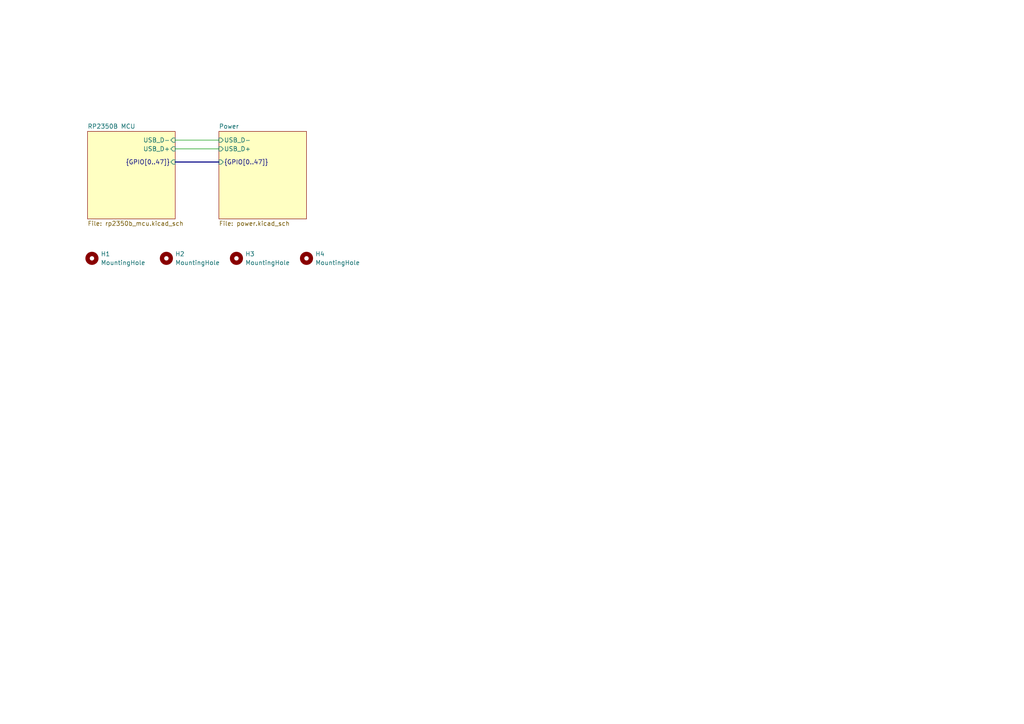
<source format=kicad_sch>
(kicad_sch (version 20250114) (generator "eeschema") (generator_version "9.0")
  (paper "A4")
  (title_block (title "GameConsole") (rev "Rev.1") (company "Alberta Health Services") (comment 1 "Department of Research and Innovation"))
  (lib_symbols
    (symbol "Mechanical:MountingHole" (pin_names (offset 1.016)) (exclude_from_sim yes) (in_bom no)
      (property "Reference" "H" (at 0 5.08 0))
      (property "Value" "MountingHole" (at 0 3.175 0))
      (symbol "MountingHole_0_1"
        (circle (center 0 0) (radius 1.27) (stroke (width 1.27)))
      )
    )
  )
  (wire (pts (xy 50.8 40.64) (xy 63.5 40.64)))
  (bus (pts (xy 50.8 46.99) (xy 63.5 46.99)))
  (wire (pts (xy 50.8 43.18) (xy 63.5 43.18)))
  (symbol (lib_id "Mechanical:MountingHole") (at 68.58 74.93 0) (unit 1) (exclude_from_sim yes) (in_bom no)
    (property "Reference" "H3" (at 71.12 73.6599 0) (effects (justify left)))
    (property "Value" "MountingHole" (at 71.12 76.1999 0) (effects (justify left)))
    (property "Footprint" "MountingHole:MountingHole_3.2mm_M3_Pad_Via" (effects (hide yes)))
    (property "Description" "Mounting Hole without connection" (effects (hide yes)))
  )
  (symbol (lib_id "Mechanical:MountingHole") (at 48.26 74.93 0) (unit 1) (exclude_from_sim yes) (in_bom no)
    (property "Reference" "H2" (at 50.8 73.6599 0) (effects (justify left)))
    (property "Value" "MountingHole" (at 50.8 76.1999 0) (effects (justify left)))
    (property "Footprint" "MountingHole:MountingHole_3.2mm_M3_Pad_Via" (effects (hide yes)))
    (property "Description" "Mounting Hole without connection" (effects (hide yes)))
  )
  (symbol (lib_id "Mechanical:MountingHole") (at 26.67 74.93 0) (unit 1) (exclude_from_sim yes) (in_bom no)
    (property "Reference" "H1" (at 29.21 73.6599 0) (effects (justify left)))
    (property "Value" "MountingHole" (at 29.21 76.1999 0) (effects (justify left)))
    (property "Footprint" "MountingHole:MountingHole_3.2mm_M3_Pad_Via" (effects (hide yes)))
    (property "Description" "Mounting Hole without connection" (effects (hide yes)))
  )
  (symbol (lib_id "Mechanical:MountingHole") (at 88.9 74.93 0) (unit 1) (exclude_from_sim yes) (in_bom no)
    (property "Reference" "H4" (at 91.44 73.6599 0) (effects (justify left)))
    (property "Value" "MountingHole" (at 91.44 76.1999 0) (effects (justify left)))
    (property "Footprint" "MountingHole:MountingHole_3.2mm_M3_Pad_Via" (effects (hide yes)))
    (property "Description" "Mounting Hole without connection" (effects (hide yes)))
  )
  (sheet (at 63.5 38.1) (size 25.4 25.4) (stroke (width 0.1524)) (fill (color 255 255 194 1.0000))
    (property "Sheetname" "Power" (at 63.5 37.3884 0) (effects (justify left bottom)))
    (property "Sheetfile" "power.kicad_sch" (at 63.5 64.0846 0) (effects (justify left top)))
    (pin "USB_D-" input (at 63.5 40.64 180))
    (pin "USB_D+" input (at 63.5 43.18 180))
    (pin "{GPIO[0..47]}" input (at 63.5 46.99 180))
  )
  (sheet (at 25.4 38.1) (size 25.4 25.4) (stroke (width 0.1524)) (fill (color 255 255 194 1.0000))
    (property "Sheetname" "RP2350B MCU" (at 25.4 37.3884 0) (effects (justify left bottom)))
    (property "Sheetfile" "rp2350b_mcu.kicad_sch" (at 25.4 64.0846 0) (effects (justify left top)))
    (pin "USB_D-" input (at 50.8 40.64 0))
    (pin "USB_D+" input (at 50.8 43.18 0))
    (pin "{GPIO[0..47]}" input (at 50.8 46.99 0))
  )
)
</source>
